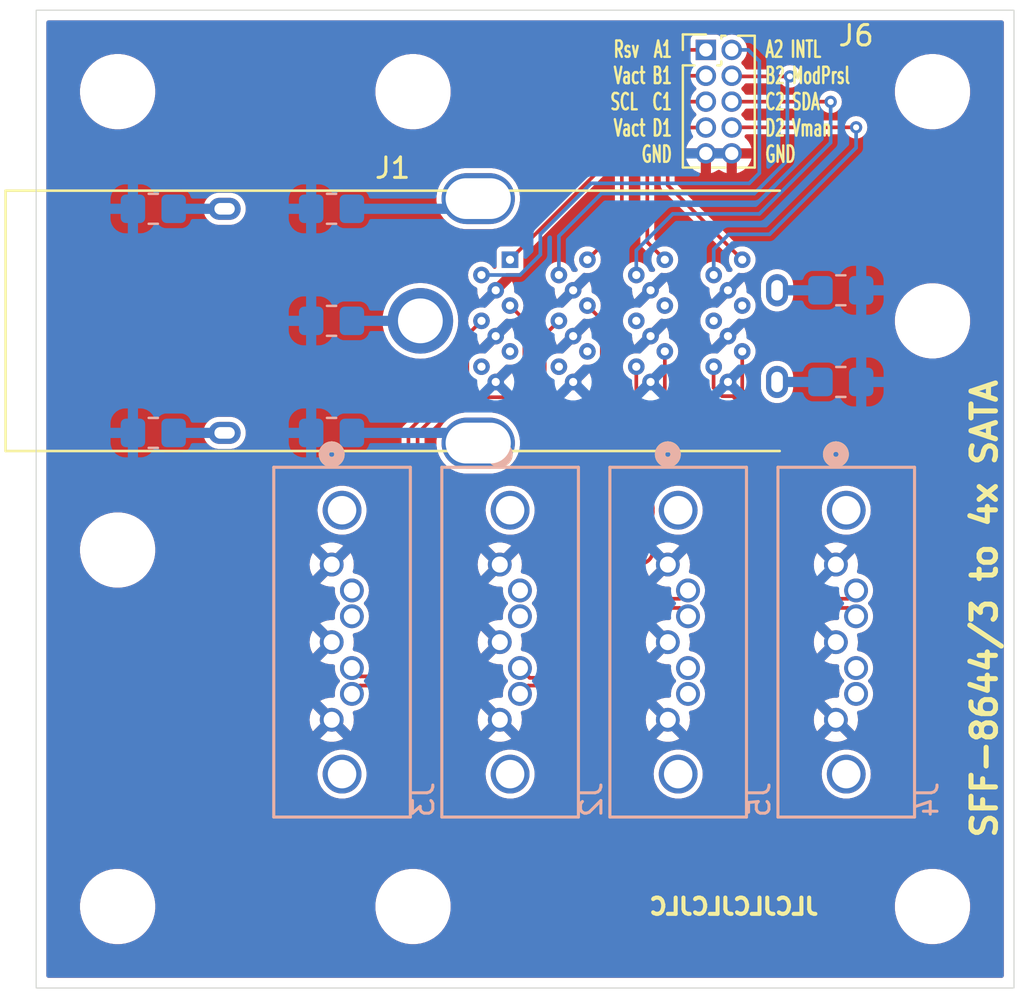
<source format=kicad_pcb>
(kicad_pcb (version 20240108) (generator "pcbnew") (generator_version "8.0")
  (layers (0 "F.Cu" signal) (1 "In1.Cu" signal) (2 "In2.Cu" signal) (31 "B.Cu" signal) (34 "B.Paste" user) (35 "F.Paste" user) (36 "B.SilkS" user "B.Silkscreen") (37 "F.SilkS" user "F.Silkscreen") (38 "B.Mask" user) (39 "F.Mask" user) (44 "Edge.Cuts" user))
  (net 0 "")
  (net 1 "GND")
  (net 2 "/J3_B+")
  (net 3 "/J5_A-")
  (net 4 "/J2_B-")
  (net 5 "/J5_A+")
  (net 6 "/J5_B-")
  (net 7 "/J4_B-")
  (net 8 "/J2_A-")
  (net 9 "/J5_B+")
  (net 10 "/J2_B+")
  (net 11 "/J2_A+")
  (net 12 "/J3_A+")
  (net 13 "/J4_B+")
  (net 14 "/J3_B-")
  (net 15 "/J4_A-")
  (net 16 "/J3_A-")
  (net 17 "/J4_A+")
  (net 18 "Net-(FB1-Pad2)")
  (net 19 "/D2")
  (net 20 "/C1")
  (net 21 "/A1")
  (net 22 "/C2")
  (net 23 "/A2")
  (net 24 "/B2")
  (net 25 "/B1")
  (net 26 "/D1")
  (footprint "MountingHole:MountingHole_3.2mm_M3" (layer "F.Cu") (at 119 50)
    (property "Reference" "REF**" (hide yes))
    (property "Value" "MountingHole_3.2mm_M3" (hide yes))
  )
  (footprint "MountingHole:MountingHole_3.2mm_M3" (layer "F.Cu") (at 79 38.75)
    (property "Reference" "REF**" (hide yes))
    (property "Value" "MountingHole_3.2mm_M3" (hide yes))
  )
  (footprint "MountingHole:MountingHole_3.2mm_M3" (layer "F.Cu") (at 119 78.75)
    (property "Reference" "REF**" (hide yes))
    (property "Value" "MountingHole_3.2mm_M3" (hide yes))
  )
  (footprint "Connector_PinHeader_1.27mm:PinHeader_2x05_P1.27mm_Vertical" (layer "F.Cu") (at 107.875 36.7)
    (property "Reference" "J6")
    (property "Value" "Conn_01x10")
  )
  (footprint "MountingHole:MountingHole_3.2mm_M3" (layer "F.Cu") (at 93.5 78.75)
    (property "Reference" "REF**" (hide yes))
    (property "Value" "MountingHole_3.2mm_M3" (hide yes))
  )
  (footprint "MountingHole:MountingHole_3.2mm_M3" (layer "F.Cu") (at 79 78.75)
    (property "Reference" "REF**" (hide yes))
    (property "Value" "MountingHole_3.2mm_M3" (hide yes))
  )
  (footprint "MountingHole:MountingHole_3.2mm_M3" (layer "F.Cu") (at 93.5 38.75)
    (property "Reference" "REF**" (hide yes))
    (property "Value" "MountingHole_3.2mm_M3" (hide yes))
  )
  (footprint "MountingHole:MountingHole_3.2mm_M3" (layer "F.Cu") (at 119 38.75)
    (property "Reference" "REF**" (hide yes))
    (property "Value" "MountingHole_3.2mm_M3" (hide yes))
  )
  (footprint "0_myparts:COMBO SFF-8644 SFF-8643" (layer "F.Cu") (at 92.5 50)
    (property "Reference" "J1")
    (property "Value" "2149027-1" (hide yes))
  )
  (footprint "MountingHole:MountingHole_3.2mm_M3" (layer "F.Cu") (at 79 61.25)
    (property "Reference" "REF**" (hide yes))
    (property "Value" "MountingHole_3.2mm_M3" (hide yes))
  )
  (footprint "0_myparts:CONN_67800-8025_MOL" (layer "B.Cu") (at 97.758 61.963 90)
    (property "Reference" "J2")
    (property "Value" "678008025" (hide yes))
  )
  (footprint "Resistor_SMD:R_0805_2012Metric_Pad1.20x1.40mm_HandSolder" (layer "B.Cu") (at 80.75 55.5)
    (property "Reference" "FB2" (hide yes))
    (property "Value" "FerriteBead_Small" (hide yes))
  )
  (footprint "0_myparts:CONN_67800-8025_MOL" (layer "B.Cu") (at 114.258 61.963 90)
    (property "Reference" "J4")
    (property "Value" "678008025" (hide yes))
  )
  (footprint "Resistor_SMD:R_0805_2012Metric_Pad1.20x1.40mm_HandSolder" (layer "B.Cu") (at 114.5 53 180)
    (property "Reference" "FB6" (hide yes))
    (property "Value" "FerriteBead_Small" (hide yes))
  )
  (footprint "Resistor_SMD:R_0805_2012Metric_Pad1.20x1.40mm_HandSolder" (layer "B.Cu") (at 114.5 48.5 180)
    (property "Reference" "FB5" (hide yes))
    (property "Value" "FerriteBead_Small" (hide yes))
  )
  (footprint "Resistor_SMD:R_0805_2012Metric_Pad1.20x1.40mm_HandSolder" (layer "B.Cu") (at 89.5 55.5)
    (property "Reference" "FB4" (hide yes))
    (property "Value" "FerriteBead_Small" (hide yes))
  )
  (footprint "Resistor_SMD:R_0805_2012Metric_Pad1.20x1.40mm_HandSolder" (layer "B.Cu") (at 89.5 44.5)
    (property "Reference" "FB3" (hide yes))
    (property "Value" "FerriteBead_Small" (hide yes))
  )
  (footprint "Resistor_SMD:R_0805_2012Metric_Pad1.20x1.40mm_HandSolder" (layer "B.Cu") (at 89.5 50)
    (property "Reference" "FB7" (hide yes))
    (property "Value" "FerriteBead_Small" (hide yes))
  )
  (footprint "0_myparts:CONN_67800-8025_MOL" (layer "B.Cu") (at 89.508 61.963 90)
    (property "Reference" "J3")
    (property "Value" "678008025" (hide yes))
  )
  (footprint "Resistor_SMD:R_0805_2012Metric_Pad1.20x1.40mm_HandSolder" (layer "B.Cu") (at 80.75 44.5)
    (property "Reference" "FB1" (hide yes))
    (property "Value" "FerriteBead_Small" (hide yes))
  )
  (footprint "0_myparts:CONN_67800-8025_MOL" (layer "B.Cu") (at 106.008 61.963 90)
    (property "Reference" "J5")
    (property "Value" "678008025" (hide yes))
  )
  (gr_rect (start 75 34.75) (end 123 82.75) (stroke (width 0.05)) (fill none) (layer "Edge.Cuts"))
  (gr_text "SFF-8644/3 to 4x SATA" (at 122.25 75.5 90) (layer "F.SilkS") (effects (font (size 1.2 1.2) (thickness 0.25) (bold yes)) (justify left bottom)))
  (gr_text "A2 INTL\nB2 ModPrsl\nC2 SDA\nD2 Vman\nGND" (at 110.725 39.25 0) (layer "F.SilkS") (effects (font (size 0.8 0.48) (thickness 0.12) (bold yes)) (justify left)))
  (gr_text "JLCJLCJLCJLC" (at 109.25 78.75 0) (layer "F.SilkS") (effects (font (size 0.8 0.8) (thickness 0.2) (bold yes)) (justify mirror)))
  (gr_text "Rsv  A1\nVact B1\nSCL  C1\nVact D1\nGND" (at 106.275 39.25 0) (layer "F.SilkS") (effects (font (size 0.8 0.48) (thickness 0.12) (bold yes)) (justify right)))
  (segment (start 92.977 65.208992) (end 93.108 65.208992) (width 0.18) (layer "F.Cu") (net 2))
  (segment (start 94.64 62.631992) (end 94.64 62.435992) (width 0.18) (layer "F.Cu") (net 2))
  (segment (start 98.25 53.75) (end 98.9664 53.0336) (width 0.18) (layer "F.Cu") (net 2))
  (segment (start 92.977 63.248992) (end 93.275 63.248992) (width 0.18) (layer "F.Cu") (net 2))
  (segment (start 93.275 61.288992) (end 94.023 61.288992) (width 0.18) (layer "F.Cu") (net 2))
  (segment (start 94.023 59.858992) (end 93.725 59.858992) (width 0.18) (layer "F.Cu") (net 2))
  (segment (start 93.725 66.8432) (end 93.725 66.355992) (width 0.18) (layer "F.Cu") (net 2))
  (segment (start 93.725 61.818992) (end 92.977 61.818992) (width 0.18) (layer "F.Cu") (net 2))
  (segment (start 92.81 65.571992) (end 92.81 65.375992) (width 0.18) (layer "F.Cu") (net 2))
  (segment (start 92.6652 67.903) (end 93.725 66.8432) (width 0.18) (layer "F.Cu") (net 2))
  (segment (start 95.5 53.75) (end 98.25 53.75) (width 0.18) (layer "F.Cu") (net 2))
  (segment (start 93.725 55.525) (end 95.5 53.75) (width 0.18) (layer "F.Cu") (net 2))
  (segment (start 94.023 61.818992) (end 93.725 61.818992) (width 0.18) (layer "F.Cu") (net 2))
  (segment (start 94.64 60.671992) (end 94.64 60.475992) (width 0.18) (layer "F.Cu") (net 2))
  (segment (start 93.275 63.248992) (end 94.023 63.248992) (width 0.18) (layer "F.Cu") (net 2))
  (segment (start 94.64 64.591992) (end 94.64 64.395992) (width 0.18) (layer "F.Cu") (net 2))
  (segment (start 93.108 65.208992) (end 94.023 65.208992) (width 0.18) (layer "F.Cu") (net 2))
  (segment (start 92.81 63.611992) (end 92.81 63.415992) (width 0.18) (layer "F.Cu") (net 2))
  (segment (start 90.4986 68.313) (end 90.9086 67.903) (width 0.18) (layer "F.Cu") (net 2))
  (segment (start 98.9664 53.0336) (end 98.9664 49.9564) (width 0.18) (layer "F.Cu") (net 2))
  (segment (start 98.9664 49.9564) (end 98.26 49.25) (width 0.18) (layer "F.Cu") (net 2))
  (segment (start 93.725 58.711992) (end 93.725 58.515992) (width 0.18) (layer "F.Cu") (net 2))
  (segment (start 92.81 61.651992) (end 92.81 61.455992) (width 0.18) (layer "F.Cu") (net 2))
  (segment (start 93.725 59.858992) (end 92.977 59.858992) (width 0.18) (layer "F.Cu") (net 2))
  (segment (start 93.725 57.1878) (end 93.725 55.525) (width 0.18) (layer "F.Cu") (net 2))
  (segment (start 92.977 59.328992) (end 93.108 59.328992) (width 0.18) (layer "F.Cu") (net 2))
  (segment (start 92.977 61.288992) (end 93.275 61.288992) (width 0.18) (layer "F.Cu") (net 2))
  (segment (start 90.9086 67.903) (end 92.6652 67.903) (width 0.18) (layer "F.Cu") (net 2))
  (segment (start 94.023 63.778992) (end 93.725 63.778992) (width 0.18) (layer "F.Cu") (net 2))
  (segment (start 93.108 65.738992) (end 92.977 65.738992) (width 0.18) (layer "F.Cu") (net 2))
  (segment (start 92.81 59.691992) (end 92.81 59.495992) (width 0.18) (layer "F.Cu") (net 2))
  (segment (start 93.725 63.778992) (end 92.977 63.778992) (width 0.18) (layer "F.Cu") (net 2))
  (segment (start 93.725 58.515992) (end 93.725 57.1878) (width 0.18) (layer "F.Cu") (net 2))
  (arc (start 94.64 62.435992) (mid 94.459285 61.999707) (end 94.023 61.818992) (width 0.18) (layer "F.Cu") (net 2))
  (arc (start 94.023 65.208992) (mid 94.459285 65.028277) (end 94.64 64.591992) (width 0.18) (layer "F.Cu") (net 2))
  (arc (start 92.81 65.375992) (mid 92.858913 65.257905) (end 92.977 65.208992) (width 0.18) (layer "F.Cu") (net 2))
  (arc (start 92.81 63.415992) (mid 92.858913 63.297905) (end 92.977 63.248992) (width 0.18) (layer "F.Cu") (net 2))
  (arc (start 93.725 66.355992) (mid 93.544285 65.919707) (end 93.108 65.738992) (width 0.18) (layer "F.Cu") (net 2))
  (arc (start 92.81 61.455992) (mid 92.858913 61.337905) (end 92.977 61.288992) (width 0.18) (layer "F.Cu") (net 2))
  (arc (start 92.977 63.778992) (mid 92.858913 63.730079) (end 92.81 63.611992) (width 0.18) (layer "F.Cu") (net 2))
  (arc (start 94.023 63.248992) (mid 94.459285 63.068277) (end 94.64 62.631992) (width 0.18) (layer "F.Cu") (net 2))
  (arc (start 94.64 64.395992) (mid 94.459285 63.959707) (end 94.023 63.778992) (width 0.18) (layer "F.Cu") (net 2))
  (arc (start 93.108 59.328992) (mid 93.544285 59.148277) (end 93.725 58.711992) (width 0.18) (layer "F.Cu") (net 2))
  (arc (start 92.81 59.495992) (mid 92.858913 59.377905) (end 92.977 59.328992) (width 0.18) (layer "F.Cu") (net 2))
  (arc (start 92.977 59.858992) (mid 92.858913 59.810079) (end 92.81 59.691992) (width 0.18) (layer "F.Cu") (net 2))
  (arc (start 94.64 60.475992) (mid 94.459285 60.039707) (end 94.023 59.858992) (width 0.18) (layer "F.Cu") (net 2))
  (arc (start 92.977 61.818992) (mid 92.858913 61.770079) (end 92.81 61.651992) (width 0.18) (layer "F.Cu") (net 2))
  (arc (start 92.977 65.738992) (mid 92.858913 65.690079) (end 92.81 65.571992) (width 0.18) (layer "F.Cu") (net 2))
  (arc (start 94.023 61.288992) (mid 94.459285 61.108277) (end 94.64 60.671992) (width 0.18) (layer "F.Cu") (net 2))
  (segment (start 104.5 60.97) (end 103.41 60.97) (width 0.18) (layer "F.Cu") (net 3))
  (segment (start 104 56.35) (end 104 55) (width 0.18) (layer "F.Cu") (net 3))
  (segment (start 104.64 60.97) (end 104.5 60.97) (width 0.18) (layer "F.Cu") (net 3))
  (segment (start 105.09 57.17) (end 104.63 57.17) (width 0.18) (layer "F.Cu") (net 3))
  (segment (start 104.77 61.29) (end 104.77 61.1) (width 0.18) (layer "F.Cu") (net 3))
  (segment (start 102.78 62.24) (end 102.78 62.05) (width 0.18) (layer "F.Cu") (net 3))
  (segment (start 104.774801 64.093001) (end 104 63.3182) (width 0.18) (layer "F.Cu") (net 3))
  (segment (start 102.78 60.34) (end 102.78 60.15) (width 0.18) (layer "F.Cu") (net 3))
  (segment (start 104 59.52) (end 104.64 59.52) (width 0.18) (layer "F.Cu") (net 3))
  (segment (start 106.588601 64.093001) (end 104.774801 64.093001) (width 0.18) (layer "F.Cu") (net 3))
  (segment (start 104 55) (end 104.46 54.54) (width 0.18) (layer "F.Cu") (net 3))
  (segment (start 106.9986 64.503) (end 106.588601 64.093001) (width 0.18) (layer "F.Cu") (net 3))
  (segment (start 104 56.54) (end 104 56.35) (width 0.18) (layer "F.Cu") (net 3))
  (segment (start 103.87 61.42) (end 104.64 61.42) (width 0.18) (layer "F.Cu") (net 3))
  (segment (start 104.46 53.235702) (end 104.46 52.25) (width 0.18) (layer "F.Cu") (net 3))
  (segment (start 104.46 54.54) (end 104.46 53.235702) (width 0.18) (layer "F.Cu") (net 3))
  (segment (start 104.77 59.39) (end 104.77 59.2) (width 0.18) (layer "F.Cu") (net 3))
  (segment (start 103.41 59.52) (end 104 59.52) (width 0.18) (layer "F.Cu") (net 3))
  (segment (start 104.64 59.07) (end 104.5 59.07) (width 0.18) (layer "F.Cu") (net 3))
  (segment (start 103.87 62.87) (end 103.41 62.87) (width 0.18) (layer "F.Cu") (net 3))
  (segment (start 104.5 59.07) (end 103.41 59.07) (width 0.18) (layer "F.Cu") (net 3))
  (segment (start 103.41 61.42) (end 103.87 61.42) (width 0.18) (layer "F.Cu") (net 3))
  (segment (start 104 63.3182) (end 104 63) (width 0.18) (layer "F.Cu") (net 3))
  (segment (start 105.22 57.49) (end 105.22 57.3) (width 0.18) (layer "F.Cu") (net 3))
  (segment (start 103.41 57.62) (end 104 57.62) (width 0.18) (layer "F.Cu") (net 3))
  (segment (start 102.78 58.44) (end 102.78 58.25) (width 0.18) (layer "F.Cu") (net 3))
  (segment (start 104 57.62) (end 105.09 57.62) (width 0.18) (layer "F.Cu") (net 3))
  (arc (start 104.64 59.52) (mid 104.731924 59.481924) (end 104.77 59.39) (width 0.18) (layer "F.Cu") (net 3))
  (arc (start 105.09 57.62) (mid 105.181924 57.581924) (end 105.22 57.49) (width 0.18) (layer "F.Cu") (net 3))
  (arc (start 102.78 62.05) (mid 102.964523 61.604523) (end 103.41 61.42) (width 0.18) (layer "F.Cu") (net 3))
  (arc (start 105.22 57.3) (mid 105.181924 57.208076) (end 105.09 57.17) (width 0.18) (layer "F.Cu") (net 3))
  (arc (start 103.41 60.97) (mid 102.964523 60.785477) (end 102.78 60.34) (width 0.18) (layer "F.Cu") (net 3))
  (arc (start 104.77 59.2) (mid 104.731924 59.108076) (end 104.64 59.07) (width 0.18) (layer "F.Cu") (net 3))
  (arc (start 102.78 58.25) (mid 102.964523 57.804523) (end 103.41 57.62) (width 0.18) (layer "F.Cu") (net 3))
  (arc (start 103.41 59.07) (mid 102.964523 58.885477) (end 102.78 58.44) (width 0.18) (layer "F.Cu") (net 3))
  (arc (start 104.63 57.17) (mid 104.184523 56.985477) (end 104 56.54) (width 0.18) (layer "F.Cu") (net 3))
  (arc (start 104 63) (mid 103.961924 62.908076) (end 103.87 62.87) (width 0.18) (layer "F.Cu") (net 3))
  (arc (start 103.41 62.87) (mid 102.964523 62.685477) (end 102.78 62.24) (width 0.18) (layer "F.Cu") (net 3))
  (arc (start 104.77 61.1) (mid 104.731924 61.008076) (end 104.64 60.97) (width 0.18) (layer "F.Cu") (net 3))
  (arc (start 102.78 60.15) (mid 102.964523 59.704523) (end 103.41 59.52) (width 0.18) (layer "F.Cu") (net 3))
  (arc (start 104.64 61.42) (mid 104.731924 61.381924) (end 104.77 61.29) (width 0.18) (layer "F.Cu") (net 3))
  (segment (start 100.75 59.17) (end 101.24 59.17) (width 0.18) (layer "F.Cu") (net 4))
  (segment (start 101.35 62.1) (end 101.35 61.94) (width 0.18) (layer "F.Cu") (net 4))
  (segment (start 101.35 59.06) (end 101.35 58.9) (width 0.18) (layer "F.Cu") (net 4))
  (segment (start 100.64 60.69) (end 100.75 60.69) (width 0.18) (layer "F.Cu") (net 4))
  (segment (start 101.35 57.54) (end 101.35 57.38) (width 0.18) (layer "F.Cu") (net 4))
  (segment (start 100.15 65.9) (end 100.15 65.74) (width 0.18) (layer "F.Cu") (net 4))
  (segment (start 99.9636 50.6964) (end 100.66 50) (width 0.18) (layer "F.Cu") (net 4))
  (segment (start 100.75 53.975) (end 99.9636 53.1886) (width 0.18) (layer "F.Cu") (net 4))
  (segment (start 100.15 64.38) (end 100.15 64.22) (width 0.18) (layer "F.Cu") (net 4))
  (segment (start 100.227 67.523) (end 100.75 67) (width 0.18) (layer "F.Cu") (net 4))
  (segment (start 100.75 55.86) (end 100.75 55.25) (width 0.18) (layer "F.Cu") (net 4))
  (segment (start 101.24 64.87) (end 101.13 64.87) (width 0.18) (layer "F.Cu") (net 4))
  (segment (start 101.24 63.35) (end 101.13 63.35) (width 0.18) (layer "F.Cu") (net 4))
  (segment (start 100.64 62.21) (end 100.75 62.21) (width 0.18) (layer "F.Cu") (net 4))
  (segment (start 100.15 61.34) (end 100.15 61.18) (width 0.18) (layer "F.Cu") (net 4))
  (segment (start 100.64 63.73) (end 100.75 63.73) (width 0.18) (layer "F.Cu") (net 4))
  (segment (start 100.15 58.3) (end 100.15 58.14) (width 0.18) (layer "F.Cu") (net 4))
  (segment (start 100.15 56.78) (end 100.15 56.62) (width 0.18) (layer "F.Cu") (net 4))
  (segment (start 101.35 60.58) (end 101.35 60.42) (width 0.18) (layer "F.Cu") (net 4))
  (segment (start 101.13 58.79) (end 100.64 58.79) (width 0.18) (layer "F.Cu") (net 4))
  (segment (start 100.75 65.25) (end 101.24 65.25) (width 0.18) (layer "F.Cu") (net 4))
  (segment (start 99.2286 67.523) (end 100.227 67.523) (width 0.18) (layer "F.Cu") (net 4))
  (segment (start 100.15 62.86) (end 100.15 62.7) (width 0.18) (layer "F.Cu") (net 4))
  (segment (start 101.24 58.79) (end 101.13 58.79) (width 0.18) (layer "F.Cu") (net 4))
  (segment (start 101.13 60.31) (end 100.64 60.31) (width 0.18) (layer "F.Cu") (net 4))
  (segment (start 101.13 63.35) (end 100.64 63.35) (width 0.18) (layer "F.Cu") (net 4))
  (segment (start 100.75 57.65) (end 101.24 57.65) (width 0.18) (layer "F.Cu") (net 4))
  (segment (start 100.75 62.21) (end 101.24 62.21) (width 0.18) (layer "F.Cu") (net 4))
  (segment (start 100.75 63.73) (end 101.24 63.73) (width 0.18) (layer "F.Cu") (net 4))
  (segment (start 100.64 65.25) (end 100.75 65.25) (width 0.18) (layer "F.Cu") (net 4))
  (segment (start 101.35 63.62) (end 101.35 63.46) (width 0.18) (layer "F.Cu") (net 4))
  (segment (start 100.64 57.65) (end 100.75 57.65) (width 0.18) (layer "F.Cu") (net 4))
  (segment (start 98.7486 67.043) (end 99.2286 67.523) (width 0.18) (layer "F.Cu") (net 4))
  (segment (start 101.24 61.83) (end 101.13 61.83) (width 0.18) (layer "F.Cu") (net 4))
  (segment (start 100.75 55.25) (end 100.75 53.975) (width 0.18) (layer "F.Cu") (net 4))
  (segment (start 100.64 59.17) (end 100.75 59.17) (width 0.18) (layer "F.Cu") (net 4))
  (segment (start 100.75 67) (end 100.75 66.5) (width 0.18) (layer "F.Cu") (net 4))
  (segment (start 101.35 65.14) (end 101.35 64.98) (width 0.18) (layer "F.Cu") (net 4))
  (segment (start 101.13 57.27) (end 100.64 57.27) (width 0.18) (layer "F.Cu") (net 4))
  (segment (start 100.15 59.82) (end 100.15 59.66) (width 0.18) (layer "F.Cu") (net 4))
  (segment (start 100.75 56.02) (end 100.75 55.86) (width 0.18) (layer "F.Cu") (net 4))
  (segment (start 100.75 60.69) (end 101.24 60.69) (width 0.18) (layer "F.Cu") (net 4))
  (segment (start 101.24 57.27) (end 101.13 57.27) (width 0.18) (layer "F.Cu") (net 4))
  (segment (start 99.9636 53.1886) (end 99.9636 50.6964) (width 0.18) (layer "F.Cu") (net 4))
  (segment (start 101.24 60.31) (end 101.13 60.31) (width 0.18) (layer "F.Cu") (net 4))
  (segment (start 101.13 64.87) (end 100.64 64.87) (width 0.18) (layer "F.Cu") (net 4))
  (segment (start 101.13 61.83) (end 100.64 61.83) (width 0.18) (layer "F.Cu") (net 4))
  (arc (start 100.15 59.66) (mid 100.293518 59.313518) (end 100.64 59.17) (width 0.18) (layer "F.Cu") (net 4))
  (arc (start 101.35 63.46) (mid 101.317782 63.382218) (end 101.24 63.35) (width 0.18) (layer "F.Cu") (net 4))
  (arc (start 100.64 66.39) (mid 100.293518 66.246482) (end 100.15 65.9) (width 0.18) (layer "F.Cu") (net 4))
  (arc (start 101.24 57.65) (mid 101.317782 57.617782) (end 101.35 57.54) (width 0.18) (layer "F.Cu") (net 4))
  (arc (start 100.64 63.35) (mid 100.293518 63.206482) (end 100.15 62.86) (width 0.18) (layer "F.Cu") (net 4))
  (arc (start 100.15 64.22) (mid 100.293518 63.873518) (end 100.64 63.73) (width 0.18) (layer "F.Cu") (net 4))
  (arc (start 100.15 56.62) (mid 100.293518 56.273518) (end 100.64 56.13) (width 0.18) (layer "F.Cu") (net 4))
  (arc (start 100.15 65.74) (mid 100.293518 65.393518) (end 100.64 65.25) (width 0.18) (layer "F.Cu") (net 4))
  (arc (start 100.15 61.18) (mid 100.293518 60.833518) (end 100.64 60.69) (width 0.18) (layer "F.Cu") (net 4))
  (arc (start 101.35 58.9) (mid 101.317782 58.822218) (end 101.24 58.79) (width 0.18) (layer "F.Cu") (net 4))
  (arc (start 101.24 63.73) (mid 101.317782 63.697782) (end 101.35 63.62) (width 0.18) (layer "F.Cu") (net 4))
  (arc (start 101.35 57.38) (mid 101.317782 57.302218) (end 101.24 57.27) (width 0.18) (layer "F.Cu") (net 4))
  (arc (start 101.24 65.25) (mid 101.317782 65.217782) (end 101.35 65.14) (width 0.18) (layer "F.Cu") (net 4))
  (arc (start 100.15 58.14) (mid 100.293518 57.793518) (end 100.64 57.65) (width 0.18) (layer "F.Cu") (net 4))
  (arc (start 101.35 60.42) (mid 101.317782 60.342218) (end 101.24 60.31) (width 0.18) (layer "F.Cu") (net 4))
  (arc (start 100.64 61.83) (mid 100.293518 61.686482) (end 100.15 61.34) (width 0.18) (layer "F.Cu") (net 4))
  (arc (start 100.64 60.31) (mid 100.293518 60.166482) (end 100.15 59.82) (width 0.18) (layer "F.Cu") (net 4))
  (arc (start 100.64 57.27) (mid 100.293518 57.126482) (end 100.15 56.78) (width 0.18) (layer "F.Cu") (net 4))
  (arc (start 100.64 56.13) (mid 100.717782 56.097782) (end 100.75 56.02) (width 0.18) (layer "F.Cu") (net 4))
  (arc (start 100.75 66.5) (mid 100.717782 66.422218) (end 100.64 66.39) (width 0.18) (layer "F.Cu") (net 4))
  (arc (start 101.35 64.98) (mid 101.317782 64.902218) (end 101.24 64.87) (width 0.18) (layer "F.Cu") (net 4))
  (arc (start 101.24 60.69) (mid 101.317782 60.657782) (end 101.35 60.58) (width 0.18) (layer "F.Cu") (net 4))
  (arc (start 101.35 61.94) (mid 101.317782 61.862218) (end 101.24 61.83) (width 0.18) (layer "F.Cu") (net 4))
  (arc (start 100.15 62.7) (mid 100.293518 62.353518) (end 100.64 62.21) (width 0.18) (layer "F.Cu") (net 4))
  (arc (start 100.64 58.79) (mid 100.293518 58.646482) (end 100.15 58.3) (width 0.18) (layer "F.Cu") (net 4))
  (arc (start 100.64 64.87) (mid 100.293518 64.726482) (end 100.15 64.38) (width 0.18) (layer "F.Cu") (net 4))
  (arc (start 101.24 59.17) (mid 101.317782 59.137782) (end 101.35 59.06) (width 0.18) (layer "F.Cu") (net 4))
  (arc (start 101.24 62.21) (mid 101.317782 62.177782) (end 101.35 62.1) (width 0.18) (layer "F.Cu") (net 4))
  (segment (start 104.64 60.47) (end 104.5 60.47) (width 0.18) (layer "F.Cu") (net 5))
  (segment (start 104.961199 63.642999) (end 104.5 63.1818) (width 0.18) (layer "F.Cu") (net 5))
  (segment (start 104.5 56.54) (end 104.5 56.35) (width 0.18) (layer "F.Cu") (net 5))
  (segment (start 103.41 61.92) (end 103.87 61.92) (width 0.18) (layer "F.Cu") (net 5))
  (segment (start 104 60.02) (end 104.64 60.02) (width 0.18) (layer "F.Cu") (net 5))
  (segment (start 103.87 61.92) (end 104.64 61.92) (width 0.18) (layer "F.Cu") (net 5))
  (segment (start 103.87 62.37) (end 103.41 62.37) (width 0.18) (layer "F.Cu") (net 5))
  (segment (start 105.09 56.67) (end 104.63 56.67) (width 0.18) (layer "F.Cu") (net 5))
  (segment (start 103.28 62.24) (end 103.28 62.05) (width 0.18) (layer "F.Cu") (net 5))
  (segment (start 103.41 60.02) (end 104 60.02) (width 0.18) (layer "F.Cu") (net 5))
  (segment (start 106.588601 63.642999) (end 104.961199 63.642999) (width 0.18) (layer "F.Cu") (net 5))
  (segment (start 103.28 58.44) (end 103.28 58.25) (width 0.18) (layer "F.Cu") (net 5))
  (segment (start 105.27 61.29) (end 105.27 61.1) (width 0.18) (layer "F.Cu") (net 5))
  (segment (start 105.86 53.235702) (end 105.86 51.5) (width 0.18) (layer "F.Cu") (net 5))
  (segment (start 103.41 58.12) (end 104 58.12) (width 0.18) (layer "F.Cu") (net 5))
  (segment (start 106.9986 63.233) (end 106.588601 63.642999) (width 0.18) (layer "F.Cu") (net 5))
  (segment (start 105.86 53.9582) (end 105.86 53.235702) (width 0.18) (layer "F.Cu") (net 5))
  (segment (start 104.5 55.3182) (end 105.86 53.9582) (width 0.18) (layer "F.Cu") (net 5))
  (segment (start 104 58.12) (end 105.09 58.12) (width 0.18) (layer "F.Cu") (net 5))
  (segment (start 105.72 57.49) (end 105.72 57.3) (width 0.18) (layer "F.Cu") (net 5))
  (segment (start 105.27 59.39) (end 105.27 59.2) (width 0.18) (layer "F.Cu") (net 5))
  (segment (start 104.5 60.47) (end 103.41 60.47) (width 0.18) (layer "F.Cu") (net 5))
  (segment (start 103.28 60.34) (end 103.28 60.15) (width 0.18) (layer "F.Cu") (net 5))
  (segment (start 104.5 58.57) (end 103.41 58.57) (width 0.18) (layer "F.Cu") (net 5))
  (segment (start 104.5 56.35) (end 104.5 55.3182) (width 0.18) (layer "F.Cu") (net 5))
  (segment (start 104.64 58.57) (end 104.5 58.57) (width 0.18) (layer "F.Cu") (net 5))
  (segment (start 104.5 63.1818) (end 104.5 63) (width 0.18) (layer "F.Cu") (net 5))
  (arc (start 105.09 58.12) (mid 105.535477 57.935477) (end 105.72 57.49) (width 0.18) (layer "F.Cu") (net 5))
  (arc (start 103.28 60.15) (mid 103.318076 60.058076) (end 103.41 60.02) (width 0.18) (layer "F.Cu") (net 5))
  (arc (start 105.27 59.2) (mid 105.085477 58.754523) (end 104.64 58.57) (width 0.18) (layer "F.Cu") (net 5))
  (arc (start 104.63 56.67) (mid 104.538076 56.631924) (end 104.5 56.54) (width 0.18) (layer "F.Cu") (net 5))
  (arc (start 103.41 62.37) (mid 103.318076 62.331924) (end 103.28 62.24) (width 0.18) (layer "F.Cu") (net 5))
  (arc (start 105.27 61.1) (mid 105.085477 60.654523) (end 104.64 60.47) (width 0.18) (layer "F.Cu") (net 5))
  (arc (start 103.41 60.47) (mid 103.318076 60.431924) (end 103.28 60.34) (width 0.18) (layer "F.Cu") (net 5))
  (arc (start 103.28 58.25) (mid 103.318076 58.158076) (end 103.41 58.12) (width 0.18) (layer "F.Cu") (net 5))
  (arc (start 103.28 62.05) (mid 103.318076 61.958076) (end 103.41 61.92) (width 0.18) (layer "F.Cu") (net 5))
  (arc (start 104.64 61.92) (mid 105.085477 61.735477) (end 105.27 61.29) (width 0.18) (layer "F.Cu") (net 5))
  (arc (start 104.64 60.02) (mid 105.085477 59.835477) (end 105.27 59.39) (width 0.18) (layer "F.Cu") (net 5))
  (arc (start 104.5 63) (mid 104.315477 62.554523) (end 103.87 62.37) (width 0.18) (layer "F.Cu") (net 5))
  (arc (start 105.72 57.3) (mid 105.535477 56.854523) (end 105.09 56.67) (width 0.18) (layer "F.Cu") (net 5))
  (arc (start 103.41 58.57) (mid 103.318076 58.531924) (end 103.28 58.44) (width 0.18) (layer "F.Cu") (net 5))
  (segment (start 101.24 62.97) (end 101.13 62.97) (width 0.18) (layer "F.Cu") (net 10))
  (segment (start 102.7664 53.4586) (end 102.7664 49.9564) (width 0.18) (layer "F.Cu") (net 10))
  (segment (start 101.24 59.93) (end 101.13 59.93) (width 0.18) (layer "F.Cu") (net 10))
  (segment (start 100.75 61.07) (end 101.24 61.07) (width 0.18) (layer "F.Cu") (net 10))
  (segment (start 98.7486 68.313) (end 99.1586 67.903) (width 0.18) (layer "F.Cu") (net 10))
  (segment (start 100.64 65.63) (end 100.75 65.63) (width 0.18) (layer "F.Cu") (net 10))
  (segment (start 100.53 64.38) (end 100.53 64.22) (width 0.18) (layer "F.Cu") (net 10))
  (segment (start 101.24 64.49) (end 101.13 64.49) (width 0.18) (layer "F.Cu") (net 10))
  (segment (start 101.24 58.41) (end 101.13 58.41) (width 0.18) (layer "F.Cu") (net 10))
  (segment (start 100.75 58.03) (end 101.24 58.03) (width 0.18) (layer "F.Cu") (net 10))
  (segment (start 101.73 57.54) (end 101.73 57.38) (width 0.18) (layer "F.Cu") (net 10))
  (segment (start 100.75 62.59) (end 101.24 62.59) (width 0.18) (layer "F.Cu") (net 10))
  (segment (start 100.75 65.63) (end 101.24 65.63) (width 0.18) (layer "F.Cu") (net 10))
  (segment (start 101.73 60.58) (end 101.73 60.42) (width 0.18) (layer "F.Cu") (net 10))
  (segment (start 101.13 64.49) (end 100.64 64.49) (width 0.18) (layer "F.Cu") (net 10))
  (segment (start 101.13 67.157402) (end 101.13 66.5) (width 0.18) (layer "F.Cu") (net 10))
  (segment (start 101.24 61.45) (end 101.13 61.45) (width 0.18) (layer "F.Cu") (net 10))
  (segment (start 101.13 55.25) (end 101.13 55.095) (width 0.18) (layer "F.Cu") (net 10))
  (segment (start 100.53 56.78) (end 100.53 56.62) (width 0.18) (layer "F.Cu") (net 10))
  (segment (start 100.75 59.55) (end 101.24 59.55) (width 0.18) (layer "F.Cu") (net 10))
  (segment (start 100.53 62.86) (end 100.53 62.7) (width 0.18) (layer "F.Cu") (net 10))
  (segment (start 100.64 62.59) (end 100.75 62.59) (width 0.18) (layer "F.Cu") (net 10))
  (segment (start 101.13 55.86) (end 101.13 55.25) (width 0.18) (layer "F.Cu") (net 10))
  (segment (start 101.73 62.1) (end 101.73 61.94) (width 0.18) (layer "F.Cu") (net 10))
  (segment (start 101.13 56.02) (end 101.13 55.86) (width 0.18) (layer "F.Cu") (net 10))
  (segment (start 101.73 65.14) (end 101.73 64.98) (width 0.18) (layer "F.Cu") (net 10))
  (segment (start 100.53 59.82) (end 100.53 59.66) (width 0.18) (layer "F.Cu") (net 10))
  (segment (start 100.53 65.9) (end 100.53 65.74) (width 0.18) (layer "F.Cu") (net 10))
  (segment (start 101.24 56.89) (end 101.13 56.89) (width 0.18) (layer "F.Cu") (net 10))
  (segment (start 100.64 59.55) (end 100.75 59.55) (width 0.18) (layer "F.Cu") (net 10))
  (segment (start 101.13 56.89) (end 100.64 56.89) (width 0.18) (layer "F.Cu") (net 10))
  (segment (start 101.73 59.06) (end 101.73 58.9) (width 0.18) (layer "F.Cu") (net 10))
  (segment (start 100.64 61.07) (end 100.75 61.07) (width 0.18) (layer "F.Cu") (net 10))
  (segment (start 101.73 63.62) (end 101.73 63.46) (width 0.18) (layer "F.Cu") (net 10))
  (segment (start 101.13 59.93) (end 100.64 59.93) (width 0.18) (layer "F.Cu") (net 10))
  (segment (start 101.13 58.41) (end 100.64 58.41) (width 0.18) (layer "F.Cu") (net 10))
  (segment (start 100.384402 67.903) (end 101.13 67.157402) (width 0.18) (layer "F.Cu") (net 10))
  (segment (start 100.53 58.3) (end 100.53 58.14) (width 0.18) (layer "F.Cu") (net 10))
  (segment (start 101.13 61.45) (end 100.64 61.45) (width 0.18) (layer "F.Cu") (net 10))
  (segment (start 100.75 64.11) (end 101.24 64.11) (width 0.18) (layer "F.Cu") (net 10))
  (segment (start 100.64 58.03) (end 100.75 58.03) (width 0.18) (layer "F.Cu") (net 10))
  (segment (start 101.13 55.095) (end 102.7664 53.4586) (width 0.18) (layer "F.Cu") (net 10))
  (segment (start 101.13 62.97) (end 100.64 62.97) (width 0.18) (layer "F.Cu") (net 10))
  (segment (start 100.64 64.11) (end 100.75 64.11) (width 0.18) (layer "F.Cu") (net 10))
  (segment (start 99.1586 67.903) (end 100.384402 67.903) (width 0.18) (layer "F.Cu") (net 10))
  (segment (start 102.7664 49.9564) (end 102.06 49.25) (width 0.18) (layer "F.Cu") (net 10))
  (segment (start 100.53 61.34) (end 100.53 61.18) (width 0.18) (layer "F.Cu") (net 10))
  (arc (start 101.24 65.63) (mid 101.586482 65.486482) (end 101.73 65.14) (width 0.18) (layer "F.Cu") (net 10))
  (arc (start 101.24 58.03) (mid 101.586482 57.886482) (end 101.73 57.54) (width 0.18) (layer "F.Cu") (net 10))
  (arc (start 100.53 62.7) (mid 100.562218 62.622218) (end 100.64 62.59) (width 0.18) (layer "F.Cu") (net 10))
  (arc (start 100.64 56.51) (mid 100.986482 56.366482) (end 101.13 56.02) (width 0.18) (layer "F.Cu") (net 10))
  (arc (start 100.64 56.89) (mid 100.562218 56.857782) (end 100.53 56.78) (width 0.18) (layer "F.Cu") (net 10))
  (arc (start 100.53 59.66) (mid 100.562218 59.582218) (end 100.64 59.55) (width 0.18) (layer "F.Cu") (net 10))
  (arc (start 100.64 59.93) (mid 100.562218 59.897782) (end 100.53 59.82) (width 0.18) (layer "F.Cu") (net 10))
  (arc (start 100.64 62.97) (mid 100.562218 62.937782) (end 100.53 62.86) (width 0.18) (layer "F.Cu") (net 10))
  (arc (start 100.53 61.18) (mid 100.562218 61.102218) (end 100.64 61.07) (width 0.18) (layer "F.Cu") (net 10))
  (arc (start 101.73 63.46) (mid 101.586482 63.113518) (end 101.24 62.97) (width 0.18) (layer "F.Cu") (net 10))
  (arc (start 101.24 64.11) (mid 101.586482 63.966482) (end 101.73 63.62) (width 0.18) (layer "F.Cu") (net 10))
  (arc (start 100.53 65.74) (mid 100.562218 65.662218) (end 100.64 65.63) (width 0.18) (layer "F.Cu") (net 10))
  (arc (start 101.73 61.94) (mid 101.586482 61.593518) (end 101.24 61.45) (width 0.18) (layer "F.Cu") (net 10))
  (arc (start 100.64 64.49) (mid 100.562218 64.457782) (end 100.53 64.38) (width 0.18) (layer "F.Cu") (net 10))
  (arc (start 101.73 64.98) (mid 101.586482 64.633518) (end 101.24 64.49) (width 0.18) (layer "F.Cu") (net 10))
  (arc (start 101.24 61.07) (mid 101.586482 60.926482) (end 101.73 60.58) (width 0.18) (layer "F.Cu") (net 10))
  (arc (start 101.73 60.42) (mid 101.586482 60.073518) (end 101.24 59.93) (width 0.18) (layer "F.Cu") (net 10))
  (arc (start 100.64 58.41) (mid 100.562218 58.377782) (end 100.53 58.3) (width 0.18) (layer "F.Cu") (net 10))
  (arc (start 101.13 66.5) (mid 100.986482 66.153518) (end 100.64 66.01) (width 0.18) (layer "F.Cu") (net 10))
  (arc (start 101.73 58.9) (mid 101.586482 58.553518) (end 101.24 58.41) (width 0.18) (layer "F.Cu") (net 10))
  (arc (start 100.53 64.22) (mid 100.562218 64.142218) (end 100.64 64.11) (width 0.18) (layer "F.Cu") (net 10))
  (arc (start 101.24 59.55) (mid 101.586482 59.406482) (end 101.73 59.06) (width 0.18) (layer "F.Cu") (net 10))
  (arc (start 100.53 56.62) (mid 100.562218 56.542218) (end 100.64 56.51) (width 0.18) (layer "F.Cu") (net 10))
  (arc (start 101.73 57.38) (mid 101.586482 57.033518) (end 101.24 56.89) (width 0.18) (layer "F.Cu") (net 10))
  (arc (start 101.24 62.59) (mid 101.586482 62.446482) (end 101.73 62.1) (width 0.18) (layer "F.Cu") (net 10))
  (arc (start 100.53 58.14) (mid 100.562218 58.062218) (end 100.64 58.03) (width 0.18) (layer "F.Cu") (net 10))
  (arc (start 100.64 66.01) (mid 100.562218 65.977782) (end 100.53 65.9) (width 0.18) (layer "F.Cu") (net 10))
  (arc (start 100.64 61.45) (mid 100.562218 61.417782) (end 100.53 61.34) (width 0.18) (layer "F.Cu") (net 10))
  (segment (start 93.725 62.268992) (end 92.977 62.268992) (width 0.18) (layer "F.Cu") (net 14))
  (segment (start 92.36 59.691992) (end 92.36 59.495992) (width 0.18) (layer "F.Cu") (net 14))
  (segment (start 93.725 60.308992) (end 92.977 60.308992) (width 0.18) (layer "F.Cu") (net 14))
  (segment (start 90.9086 67.453) (end 92.4788 67.453) (width 0.18) (layer "F.Cu") (net 14))
  (segment (start 92.36 63.611992) (end 92.36 63.415992) (width 0.18) (layer "F.Cu") (net 14))
  (segment (start 92.36 61.651992) (end 92.36 61.455992) (width 0.18) (layer "F.Cu") (net 14))
  (segment (start 93.275 58.515992) (end 93.275 57.1878) (width 0.18) (layer "F.Cu") (net 14))
  (segment (start 94.19 64.591992) (end 94.19 64.395992) (width 0.18) (layer "F.Cu") (net 14))
  (segment (start 93.108 64.758992) (end 94.023 64.758992) (width 0.18) (layer "F.Cu") (net 14))
  (segment (start 93.275 55.4068) (end 96.1636 52.5182) (width 0.18) (layer "F.Cu") (net 14))
  (segment (start 94.19 62.631992) (end 94.19 62.435992) (width 0.18) (layer "F.Cu") (net 14))
  (segment (start 94.023 62.268992) (end 93.725 62.268992) (width 0.18) (layer "F.Cu") (net 14))
  (segment (start 92.977 64.758992) (end 93.108 64.758992) (width 0.18) (layer "F.Cu") (net 14))
  (segment (start 93.275 62.798992) (end 94.023 62.798992) (width 0.18) (layer "F.Cu") (net 14))
  (segment (start 93.275 57.1878) (end 93.275 55.4068) (width 0.18) (layer "F.Cu") (net 14))
  (segment (start 92.977 62.798992) (end 93.275 62.798992) (width 0.18) (layer "F.Cu") (net 14))
  (segment (start 96.1636 52.5182) (end 96.1636 50.6964) (width 0.18) (layer "F.Cu") (net 14))
  (segment (start 96.1636 50.6964) (end 96.86 50) (width 0.18) (layer "F.Cu") (net 14))
  (segment (start 93.275 58.711992) (end 93.275 58.515992) (width 0.18) (layer "F.Cu") (net 14))
  (segment (start 94.023 60.308992) (end 93.725 60.308992) (width 0.18) (layer "F.Cu") (net 14))
  (segment (start 94.19 60.671992) (end 94.19 60.475992) (width 0.18) (layer "F.Cu") (net 14))
  (segment (start 93.275 60.838992) (end 94.023 60.838992) (width 0.18) (layer "F.Cu") (net 14))
  (segment (start 90.4986 67.043) (end 90.9086 67.453) (width 0.18) (layer "F.Cu") (net 14))
  (segment (start 93.725 64.228992) (end 92.977 64.228992) (width 0.18) (layer "F.Cu") (net 14))
  (segment (start 93.275 66.6568) (end 93.275 66.355992) (width 0.18) (layer "F.Cu") (net 14))
  (segment (start 92.36 65.571992) (end 92.36 65.375992) (width 0.18) (layer "F.Cu") (net 14))
  (segment (start 92.977 60.838992) (end 93.275 60.838992) (width 0.18) (layer "F.Cu") (net 14))
  (segment (start 93.108 66.188992) (end 92.977 66.188992) (width 0.18) (layer "F.Cu") (net 14))
  (segment (start 94.023 64.228992) (end 93.725 64.228992) (width 0.18) (layer "F.Cu") (net 14))
  (segment (start 92.977 58.878992) (end 93.108 58.878992) (width 0.18) (layer "F.Cu") (net 14))
  (segment (start 92.4788 67.453) (end 93.275 66.6568) (width 0.18) (layer "F.Cu") (net 14))
  (arc (start 92.977 64.228992) (mid 92.540715 64.048277) (end 92.36 63.611992) (width 0.18) (layer "F.Cu") (net 14))
  (arc (start 92.977 66.188992) (mid 92.540715 66.008277) (end 92.36 65.571992) (width 0.18) (layer "F.Cu") (net 14))
  (arc (start 93.275 66.355992) (mid 93.226087 66.237905) (end 93.108 66.188992) (width 0.18) (layer "F.Cu") (net 14))
  (arc (start 94.023 64.758992) (mid 94.141087 64.710079) (end 94.19 64.591992) (width 0.18) (layer "F.Cu") (net 14))
  (arc (start 94.19 60.475992) (mid 94.141087 60.357905) (end 94.023 60.308992) (width 0.18) (layer "F.Cu") (net 14))
  (arc (start 93.108 58.878992) (mid 93.226087 58.830079) (end 93.275 58.711992) (width 0.18) (layer "F.Cu") (net 14))
  (arc (start 92.977 60.308992) (mid 92.540715 60.128277) (end 92.36 59.691992) (width 0.18) (layer "F.Cu") (net 14))
  (arc (start 92.36 61.455992) (mid 92.540715 61.019707) (end 92.977 60.838992) (width 0.18) (layer "F.Cu") (net 14))
  (arc (start 94.023 62.798992) (mid 94.141087 62.750079) (end 94.19 62.631992) (width 0.18) (layer "F.Cu") (net 14))
  (arc (start 94.19 62.435992) (mid 94.141087 62.317905) (end 94.023 62.268992) (width 0.18) (layer "F.Cu") (net 14))
  (arc (start 94.19 64.395992) (mid 94.141087 64.277905) (end 94.023 64.228992) (width 0.18) (layer "F.Cu") (net 14))
  (arc (start 92.36 59.495992) (mid 92.540715 59.059707) (end 92.977 58.878992) (width 0.18) (layer "F.Cu") (net 14))
  (arc (start 92.977 62.268992) (mid 92.540715 62.088277) (end 92.36 61.651992) (width 0.18) (layer "F.Cu") (net 14))
  (arc (start 92.36 65.375992) (mid 92.540715 64.939707) (end 92.977 64.758992) (width 0.18) (layer "F.Cu") (net 14))
  (arc (start 92.36 63.415992) (mid 92.540715 62.979707) (end 92.977 62.798992) (width 0.18) (layer "F.Cu") (net 14))
  (arc (start 94.023 60.838992) (mid 94.141087 60.790079) (end 94.19 60.671992) (width 0.18) (layer "F.Cu") (net 14))
  (segment (start 108.32 60.22) (end 108.32 60.4) (width 0.18) (layer "F.Cu") (net 15))
  (segment (start 109.5 57.41) (end 110.57 57.41) (width 0.18) (layer "F.Cu") (net 15))
  (segment (start 109.5 61.01) (end 110.57 61.01) (width 0.18) (layer "F.Cu") (net 15))
  (segment (start 108.2536 52.2564) (end 108.2536 53.278459) (width 0.18) (layer "F.Cu") (net 15))
  (segment (start 110.68 55.72) (end 110.68 55.9) (width 0.18) (layer "F.Cu") (net 15))
  (segment (start 108.671541 53.6964) (end 109.1964 53.6964) (width 0.18) (layer "F.Cu") (net 15))
  (segment (start 108.93 61.01) (end 109.5 61.01) (width 0.18) (layer "F.Cu") (net 15))
  (segment (start 110.68 61.12) (end 110.68 61.3) (width 0.18) (layer "F.Cu") (net 15))
  (segment (start 109.5 63) (end 110.593001 64.093001) (width 0.18) (layer "F.Cu") (net 15))
  (segment (start 110.68 57.52) (end 110.68 57.7) (width 0.18) (layer "F.Cu") (net 15))
  (segment (start 110.57 56.01) (end 110.11 56.01) (width 0.18) (layer "F.Cu") (net 15))
  (segment (start 108.93 59.21) (end 109.5 59.21) (width 0.18) (layer "F.Cu") (net 15))
  (segment (start 110.68 59.32) (end 110.68 59.5) (width 0.18) (layer "F.Cu") (net 15))
  (segment (start 112.705391 63.042999) (end 112.705391 63.468) (width 0.18) (layer "F.Cu") (net 15))
  (segment (start 113.330392 64.093001) (end 113.530392 64.093001) (width 0.18) (layer "F.Cu") (net 15))
  (segment (start 110.11 55.61) (end 110.57 55.61) (width 0.18) (layer "F.Cu") (net 15))
  (segment (start 110.57 57.81) (end 110 57.81) (width 0.18) (layer "F.Cu") (net 15))
  (segment (start 110.11 56.01) (end 108.93 56.01) (width 0.18) (layer "F.Cu") (net 15))
  (segment (start 109.5 54) (end 109.5 55) (width 0.18) (layer "F.Cu") (net 15))
  (segment (start 110.57 61.41) (end 110.11 61.41) (width 0.18) (layer "F.Cu") (net 15))
  (segment (start 108.93 57.41) (end 109.5 57.41) (width 0.18) (layer "F.Cu") (net 15))
  (segment (start 108.2536 53.278459) (end 108.671541 53.6964) (width 0.18) (layer "F.Cu") (net 15))
  (segment (start 109.1964 53.6964) (end 109.5 54) (width 0.18) (layer "F.Cu") (net 15))
  (segment (start 110.593001 64.093001) (end 111.20848 64.093001) (width 0.18) (layer "F.Cu") (net 15))
  (segment (start 109.5 62.02) (end 109.5 62.2) (width 0.18) (layer "F.Cu") (net 15))
  (segment (start 114.838601 64.093001) (end 115.2486 64.503) (width 0.18) (layer "F.Cu") (net 15))
  (segment (start 108.26 52.25) (end 108.2536 52.2564) (width 0.18) (layer "F.Cu") (net 15))
  (segment (start 108.32 56.62) (end 108.32 56.8) (width 0.18) (layer "F.Cu") (net 15))
  (segment (start 109.5 59.21) (end 110.57 59.21) (width 0.18) (layer "F.Cu") (net 15))
  (segment (start 112.155393 63.468) (end 112.155393 63.042999) (width 0.18) (layer "F.Cu") (net 15))
  (segment (start 113.976923 64.093001) (end 114.838601 64.093001) (width 0.18) (layer "F.Cu") (net 15))
  (segment (start 110.57 59.61) (end 110 59.61) (width 0.18) (layer "F.Cu") (net 15))
  (segment (start 109.5 62.2) (end 109.5 63) (width 0.18) (layer "F.Cu") (net 15))
  (segment (start 111.20848 64.093001) (end 111.530392 64.093001) (width 0.18) (layer "F.Cu") (net 15))
  (segment (start 110 57.81) (end 108.93 57.81) (width 0.18) (layer "F.Cu") (net 15))
  (segment (start 108.32 58.42) (end 108.32 58.6) (width 0.18) (layer "F.Cu") (net 15))
  (segment (start 110 59.61) (end 108.93 59.61) (width 0.18) (layer "F.Cu") (net 15))
  (segment (start 112.330392 62.868) (end 112.530392 62.868) (width 0.18) (layer "F.Cu") (net 15))
  (segment (start 113.530392 64.093001) (end 113.976923 64.093001) (width 0.18) (layer "F.Cu") (net 15))
  (arc (start 110.57 59.21) (mid 110.647782 59.242218) (end 110.68 59.32) (width 0.18) (layer "F.Cu") (net 15))
  (arc (start 108.32 56.8) (mid 108.498665 57.231335) (end 108.93 57.41) (width 0.18) (layer "F.Cu") (net 15))
  (arc (start 111.530392 64.093001) (mid 111.972334 63.909942) (end 112.155393 63.468) (width 0.18) (layer "F.Cu") (net 15))
  (arc (start 109.5 55) (mid 109.678665 55.431335) (end 110.11 55.61) (width 0.18) (layer "F.Cu") (net 15))
  (arc (start 110.57 57.41) (mid 110.647782 57.442218) (end 110.68 57.52) (width 0.18) (layer "F.Cu") (net 15))
  (arc (start 110.68 57.7) (mid 110.647782 57.777782) (end 110.57 57.81) (width 0.18) (layer "F.Cu") (net 15))
  (arc (start 112.705391 63.468) (mid 112.88845 63.909942) (end 113.330392 64.093001) (width 0.18) (layer "F.Cu") (net 15))
  (arc (start 108.32 60.4) (mid 108.498665 60.831335) (end 108.93 61.01) (width 0.18) (layer "F.Cu") (net 15))
  (arc (start 108.32 58.6) (mid 108.498665 59.031335) (end 108.93 59.21) (width 0.18) (layer "F.Cu") (net 15))
  (arc (start 110.68 61.3) (mid 110.647782 61.377782) (end 110.57 61.41) (width 0.18) (layer "F.Cu") (net 15))
  (arc (start 108.93 59.61) (mid 108.498665 59.788665) (end 108.32 60.22) (width 0.18) (layer "F.Cu") (net 15))
  (arc (start 110.68 59.5) (mid 110.647782 59.577782) (end 110.57 59.61) (width 0.18) (layer "F.Cu") (net 15))
  (arc (start 110.68 55.9) (mid 110.647782 55.977782) (end 110.57 56.01) (width 0.18) (layer "F.Cu") (net 15))
  (arc (start 110.57 55.61) (mid 110.647782 55.642218) (end 110.68 55.72) (width 0.18) (layer "F.Cu") (net 15))
  (arc (start 108.93 56.01) (mid 108.498665 56.188665) (end 108.32 56.62) (width 0.18) (layer "F.Cu") (net 15))
  (arc (start 108.93 57.81) (mid 108.498665 57.988665) (end 108.32 58.42) (width 0.18) (layer "F.Cu") (net 15))
  (arc (start 112.530392 62.868) (mid 112.654135 62.919256) (end 112.705391 63.042999) (width 0.18) (layer "F.Cu") (net 15))
  (arc (start 110.57 61.01) (mid 110.647782 61.042218) (end 110.68 61.12) (width 0.18) (layer "F.Cu") (net 15))
  (arc (start 110.11 61.41) (mid 109.678665 61.588665) (end 109.5 62.02) (width 0.18) (layer "F.Cu") (net 15))
  (arc (start 112.155393 63.042999) (mid 112.206649 62.919256) (end 112.330392 62.868) (width 0.18) (layer "F.Cu") (net 15))
  (segment (start 109.5 58.71) (end 110.57 58.71) (width 0.18) (layer "F.Cu") (net 17))
  (segment (start 110 62.962598) (end 110.680401 63.642999) (width 0.18) (layer "F.Cu") (net 17))
  (segment (start 113.976923 63.642999) (end 114.838601 63.642999) (width 0.18) (layer "F.Cu") (net 17))
  (segment (start 108.82 58.42) (end 108.82 58.6) (width 0.18) (layer "F.Cu") (net 17))
  (segment (start 108.93 60.51) (end 109.5 60.51) (width 0.18) (layer "F.Cu") (net 17))
  (segment (start 108.93 58.71) (end 109.5 58.71) (width 0.18) (layer "F.Cu") (net 17))
  (segment (start 110.11 55.11) (end 110.57 55.11) (width 0.18) (layer "F.Cu") (net 17))
  (segment (start 114.838601 63.642999) (end 115.2486 63.233) (width 0.18) (layer "F.Cu") (net 17))
  (segment (start 111.18 61.12) (end 111.18 61.3) (width 0.18) (layer "F.Cu") (net 17))
  (segment (start 110.57 56.51) (end 110.11 56.51) (width 0.18) (layer "F.Cu") (net 17))
  (segment (start 110.11 56.51) (end 108.93 56.51) (width 0.18) (layer "F.Cu") (net 17))
  (segment (start 110.680401 63.642999) (end 111.20848 63.642999) (width 0.18) (layer "F.Cu") (net 17))
  (segment (start 110.57 61.91) (end 110.11 61.91) (width 0.18) (layer "F.Cu") (net 17))
  (segment (start 111.18 55.72) (end 111.18 55.9) (width 0.18) (layer "F.Cu") (net 17))
  (segment (start 110 62.2) (end 110 62.962598) (width 0.18) (layer "F.Cu") (net 17))
  (segment (start 111.20848 63.642999) (end 111.530392 63.642999) (width 0.18) (layer "F.Cu") (net 17))
  (segment (start 108.82 60.22) (end 108.82 60.4) (width 0.18) (layer "F.Cu") (net 17))
  (segment (start 111.18 57.52) (end 111.18 57.7) (width 0.18) (layer "F.Cu") (net 17))
  (segment (start 113.530392 63.642999) (end 113.976923 63.642999) (width 0.18) (layer "F.Cu") (net 17))
  (segment (start 112.330392 62.417998) (end 112.530392 62.417998) (width 0.18) (layer "F.Cu") (net 17))
  (segment (start 110 62.02) (end 110 62.2) (width 0.18) (layer "F.Cu") (net 17))
  (segment (start 109.66 51.5) (end 109.66 53.41) (width 0.18) (layer "F.Cu") (net 17))
  (segment (start 111.705391 63.468) (end 111.705391 63.042999) (width 0.18) (layer "F.Cu") (net 17))
  (segment (start 110 53.75) (end 110 55) (width 0.18) (layer "F.Cu") (net 17))
  (segment (start 110 58.31) (end 108.93 58.31) (width 0.18) (layer "F.Cu") (net 17))
  (segment (start 110.57 60.11) (end 110 60.11) (width 0.18) (layer "F.Cu") (net 17))
  (segment (start 113.155393 63.042999) (end 113.155393 63.468) (width 0.18) (layer "F.Cu") (net 17))
  (segment (start 111.18 59.32) (end 111.18 59.5) (width 0.18) (layer "F.Cu") (net 17))
  (segment (start 109.5 60.51) (end 110.57 60.51) (width 0.18) (layer "F.Cu") (net 17))
  (segment (start 108.93 56.91) (end 109.5 56.91) (width 0.18) (layer "F.Cu") (net 17))
  (segment (start 110.57 58.31) (end 110 58.31) (width 0.18) (layer "F.Cu") (net 17))
  (segment (start 109.66 53.41) (end 110 53.75) (width 0.18) (layer "F.Cu") (net 17))
  (segment (start 109.5 56.91) (end 110.57 56.91) (width 0.18) (layer "F.Cu") (net 17))
  (segment (start 110 60.11) (end 108.93 60.11) (width 0.18) (layer "F.Cu") (net 17))
  (segment (start 108.82 56.62) (end 108.82 56.8) (width 0.18) (layer "F.Cu") (net 17))
  (segment (start 113.330392 63.642999) (end 113.530392 63.642999) (width 0.18) (layer "F.Cu") (net 17))
  (arc (start 111.18 57.7) (mid 111.001335 58.131335) (end 110.57 58.31) (width 0.18) (layer "F.Cu") (net 17))
  (arc (start 108.93 60.11) (mid 108.852218 60.142218) (end 108.82 60.22) (width 0.18) (layer "F.Cu") (net 17))
  (arc (start 108.93 58.31) (mid 108.852218 58.342218) (end 108.82 58.42) (width 0.18) (layer "F.Cu") (net 17))
  (arc (start 113.155393 63.468) (mid 113.206649 63.591743) (end 113.330392 63.642999) (width 0.18) (layer "F.Cu") (net 17))
  (arc (start 110.57 55.11) (mid 111.001335 55.288665) (end 111.18 55.72) (width 0.18) (layer "F.Cu") (net 17))
  (arc (start 110.57 56.91) (mid 111.001335 57.088665) (end 111.18 57.52) (width 0.18) (layer "F.Cu") (net 17))
  (arc (start 111.18 61.3) (mid 111.001335 61.731335) (end 110.57 61.91) (width 0.18) (layer "F.Cu") (net 17))
  (arc (start 112.530392 62.417998) (mid 112.972334 62.601057) (end 113.155393 63.042999) (width 0.18) (layer "F.Cu") (net 17))
  (arc (start 110.11 61.91) (mid 110.032218 61.942218) (end 110 62.02) (width 0.18) (layer "F.Cu") (net 17))
  (arc (start 111.18 59.5) (mid 111.001335 59.931335) (end 110.57 60.11) (width 0.18) (layer "F.Cu") (net 17))
  (arc (start 108.82 58.6) (mid 108.852218 58.677782) (end 108.93 58.71) (width 0.18) (layer "F.Cu") (net 17))
  (arc (start 110.57 58.71) (mid 111.001335 58.888665) (end 111.18 59.32) (width 0.18) (layer "F.Cu") (net 17))
  (arc (start 111.530392 63.642999) (mid 111.654135 63.591743) (end 111.705391 63.468) (width 0.18) (layer "F.Cu") (net 17))
  (arc (start 111.705391 63.042999) (mid 111.88845 62.601057) (end 112.330392 62.417998) (width 0.18) (layer "F.Cu") (net 17))
  (arc (start 110 55) (mid 110.032218 55.077782) (end 110.11 55.11) (width 0.18) (layer "F.Cu") (net 17))
  (arc (start 108.93 56.51) (mid 108.852218 56.542218) (end 108.82 56.62) (width 0.18) (layer "F.Cu") (net 17))
  (arc (start 110.57 60.51) (mid 111.001335 60.688665) (end 111.18 61.12) (width 0.18) (layer "F.Cu") (net 17))
  (arc (start 108.82 56.8) (mid 108.852218 56.877782) (end 108.93 56.91) (width 0.18) (layer "F.Cu") (net 17))
  (arc (start 111.18 55.9) (mid 111.001335 56.331335) (end 110.57 56.51) (width 0.18) (layer "F.Cu") (net 17))
  (arc (start 108.82 60.4) (mid 108.852218 60.477782) (end 108.93 60.51) (width 0.18) (layer "F.Cu") (net 17))
  (segment (start 113.5 48.5) (end 111.37 48.5) (width 0.5) (layer "B.Cu") (net 18))
  (segment (start 81.75 44.5) (end 84.25 44.5) (width 0.5) (layer "B.Cu") (net 18))
  (segment (start 96.7 44) (end 96.2 44.5) (width 0.5) (layer "B.Cu") (net 18))
  (segment (start 96.2 55.5) (end 90.5 55.5) (width 0.5) (layer "B.Cu") (net 18))
  (segment (start 90.5 50) (end 93.86 50) (width 0.5) (layer "B.Cu") (net 18))
  (segment (start 81.75 55.5) (end 84.25 55.5) (width 0.5) (layer "B.Cu") (net 18))
  (segment (start 96.7 56) (end 96.2 55.5) (width 0.5) (layer "B.Cu") (net 18))
  (segment (start 96.2 44.5) (end 90.5 44.5) (width 0.5) (layer "B.Cu") (net 18))
  (segment (start 113.5 53) (end 111.37 53) (width 0.5) (layer "B.Cu") (net 18))
  (segment (start 109.155 40.5) (end 109.145 40.51) (width 0.18) (layer "F.Cu") (net 19))
  (segment (start 115.25 40.5) (end 109.155 40.5) (width 0.18) (layer "F.Cu") (net 19))
  (via (at 115.25 40.5) (size 0.6) (drill 0.3) (layers "F.Cu" "B.Cu") (net 19))
  (segment (start 111 45.75) (end 109 45.75) (width 0.18) (layer "B.Cu") (net 19))
  (segment (start 115.25 40.5) (end 115.25 41.5) (width 0.18) (layer "B.Cu") (net 19))
  (segment (start 115.25 41.5) (end 111 45.75) (width 0.18) (layer "B.Cu") (net 19))
  (segment (start 108.26 46.49) (end 108.26 47.75) (width 0.18) (layer "B.Cu") (net 19))
  (segment (start 109 45.75) (end 108.26 46.49) (width 0.18) (layer "B.Cu") (net 19))
  (segment (start 105 41) (end 106.76 39.24) (width 0.18) (layer "F.Cu") (net 20))
  (segment (start 105 46.14) (end 105 41) (width 0.18) (layer "F.Cu") (net 20))
  (segment (start 105.86 47) (end 105 46.14) (width 0.18) (layer "F.Cu") (net 20))
  (segment (start 106.76 39.24) (end 107.875 39.24) (width 0.18) (layer "F.Cu") (net 20))
  (segment (start 103 40.5) (end 106.8 36.7) (width 0.18) (layer "F.Cu") (net 21))
  (segment (start 103 42.25) (end 103 40.5) (width 0.18) (layer "F.Cu") (net 21))
  (segment (start 106.8 36.7) (end 107.875 36.7) (width 0.18) (layer "F.Cu") (net 21))
  (segment (start 98.26 47) (end 98.26 46.99) (width 0.18) (layer "F.Cu") (net 21))
  (segment (start 98.26 46.99) (end 103 42.25) (width 0.18) (layer "F.Cu") (net 21))
  (segment (start 114 39.25) (end 113.99 39.24) (width 0.18) (layer "F.Cu") (net 22))
  (segment (start 113.99 39.24) (end 109.145 39.24) (width 0.18) (layer "F.Cu") (net 22))
  (via (at 114 39.25) (size 0.6) (drill 0.3) (layers "F.Cu" "B.Cu") (net 22))
  (segment (start 106.25 44.75) (end 110.5 44.75) (width 0.18) (layer "B.Cu") (net 22))
  (segment (start 110.5 44.75) (end 114 41.25) (width 0.18) (layer "B.Cu") (net 22))
  (segment (start 114 41.25) (end 114 39.25) (width 0.18) (layer "B.Cu") (net 22))
  (segment (start 104.46 46.54) (end 106.25 44.75) (width 0.18) (layer "B.Cu") (net 22))
  (segment (start 104.46 47.75) (end 104.46 46.54) (width 0.18) (layer "B.Cu") (net 22))
  (segment (start 110.5 37.25) (end 109.95 36.7) (width 0.18) (layer "B.Cu") (net 23))
  (segment (start 102.25 43.25) (end 110 43.25) (width 0.18) (layer "B.Cu") (net 23))
  (segment (start 96.86 47.75) (end 98.75 47.75) (width 0.18) (layer "B.Cu") (net 23))
  (segment (start 99.75 46.75) (end 99.75 45.75) (width 0.18) (layer "B.Cu") (net 23))
  (segment (start 98.75 47.75) (end 99.75 46.75) (width 0.18) (layer "B.Cu") (net 23))
  (segment (start 109.95 36.7) (end 109.145 36.7) (width 0.18) (layer "B.Cu") (net 23))
  (segment (start 99.75 45.75) (end 102.25 43.25) (width 0.18) (layer "B.Cu") (net 23))
  (segment (start 110 43.25) (end 110.5 42.75) (width 0.18) (layer "B.Cu") (net 23))
  (segment (start 110.5 42.75) (end 110.5 37.25) (width 0.18) (layer "B.Cu") (net 23))
  (segment (start 112 38) (end 109.175 38) (width 0.18) (layer "F.Cu") (net 24))
  (segment (start 109.175 38) (end 109.145 37.97) (width 0.18) (layer "F.Cu") (net 24))
  (via (at 112 38) (size 0.6) (drill 0.3) (layers "F.Cu" "B.Cu") (net 24))
  (segment (start 111.875 38) (end 111.875 42.125) (width 0.18) (layer "B.Cu") (net 24))
  (segment (start 112 38) (end 111.875 38) (width 0.18) (layer "B.Cu") (net 24))
  (segment (start 111.875 42.125) (end 110.25 43.75) (width 0.18) (layer "B.Cu") (net 24))
  (segment (start 110.25 43.75) (end 102.75 43.75) (width 0.18) (layer "B.Cu") (net 24))
  (segment (start 102.75 43.75) (end 100.66 45.84) (width 0.18) (layer "B.Cu") (net 24))
  (segment (start 100.66 45.84) (end 100.66 47.75) (width 0.18) (layer "B.Cu") (net 24))
  (segment (start 102.06 47) (end 103.75 45.31) (width 0.18) (layer "F.Cu") (net 25))
  (segment (start 103.75 45.31) (end 103.75 40.75) (width 0.18) (layer "F.Cu") (net 25))
  (segment (start 106.53 37.97) (end 107.875 37.97) (width 0.18) (layer "F.Cu") (net 25))
  (segment (start 103.75 40.75) (end 106.53 37.97) (width 0.18) (layer "F.Cu") (net 25))
  (segment (start 109.66 47) (end 106 43.34) (width 0.18) (layer "F.Cu") (net 26))
  (segment (start 106.74 40.51) (end 107.875 40.51) (width 0.18) (layer "F.Cu") (net 26))
  (segment (start 106 41.25) (end 106.74 40.51) (width 0.18) (layer "F.Cu") (net 26))
  (segment (start 106 43.34) (end 106 41.25) (width 0.18) (layer "F.Cu") (net 26))
  (zone (net 1) (net_name "GND") (layers "F.Cu" "In1.Cu" "In2.Cu" "B.Cu") (connect_pads (clearance 0.25)) (min_thickness 0.2) (fill yes (thermal_gap 0.5) (thermal_bridge_width 0.5))
    (polygon (pts (xy 74.5 34.25) (xy 123.5 34.25) (xy 123.5 83.25) (xy 74.5 83.25)))
  )
)
</source>
